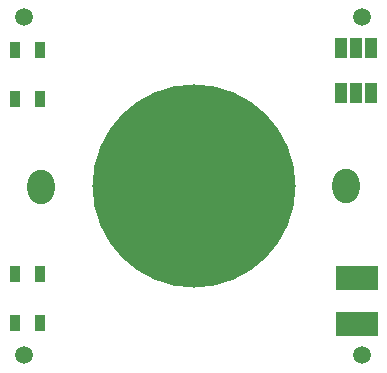
<source format=gbr>
G04 DipTrace 3.2.0.1*
G04 BottomMask.gbr*
%MOIN*%
G04 #@! TF.FileFunction,Soldermask,Bot*
G04 #@! TF.Part,Single*
%AMOUTLINE1*
4,1,4,
0.018668,-0.033483,
-0.018735,-0.033446,
-0.018668,0.033483,
0.018735,0.033446,
0.018668,-0.033483,
0*%
%AMOUTLINE4*
4,1,16,
-0.045255,-0.012331,
-0.040831,-0.031568,
-0.028213,-0.047336,
-0.010003,-0.056067,
0.010191,-0.056033,
0.028371,-0.047241,
0.040935,-0.031431,
0.045296,-0.012179,
0.045255,0.012331,
0.040831,0.031568,
0.028213,0.047336,
0.010003,0.056067,
-0.010191,0.056033,
-0.028371,0.047241,
-0.040935,0.031431,
-0.045296,0.012179,
-0.045255,-0.012331,
0*%
%AMOUTLINE7*
4,1,4,
0.017921,0.025447,
0.017512,-0.025731,
-0.017921,-0.025447,
-0.017512,0.025731,
0.017921,0.025447,
0*%
%AMOUTLINE10*
4,1,4,
-0.017921,-0.025447,
-0.017512,0.025731,
0.017921,0.025447,
0.017512,-0.025731,
-0.017921,-0.025447,
0*%
%ADD29C,0.059055*%
%ADD32C,0.677165*%
%ADD42R,0.141732X0.082677*%
%ADD50OUTLINE1*%
%ADD53OUTLINE4*%
%ADD56OUTLINE7*%
%ADD59OUTLINE10*%
%FSLAX26Y26*%
G04*
G70*
G90*
G75*
G01*
G04 BotMask*
%LPD*%
D42*
X545906Y-304567D3*
Y-458110D3*
D29*
X-562992Y562992D3*
X562992D3*
X-562992Y-562992D3*
X562992D3*
D50*
X593379Y459990D3*
X543378Y460038D3*
X493378Y460088D3*
X593232Y311564D3*
X543234Y311614D3*
X493232Y311663D3*
D53*
X511240Y852D3*
X-504505Y-850D3*
D32*
X3367Y0D3*
D56*
X-509513Y291987D3*
X-594156Y292664D3*
X-508206Y455367D3*
X-592849Y456045D3*
D59*
Y-291987D3*
X-508206Y-292664D3*
X-594156Y-455367D3*
X-509513Y-456045D3*
M02*

</source>
